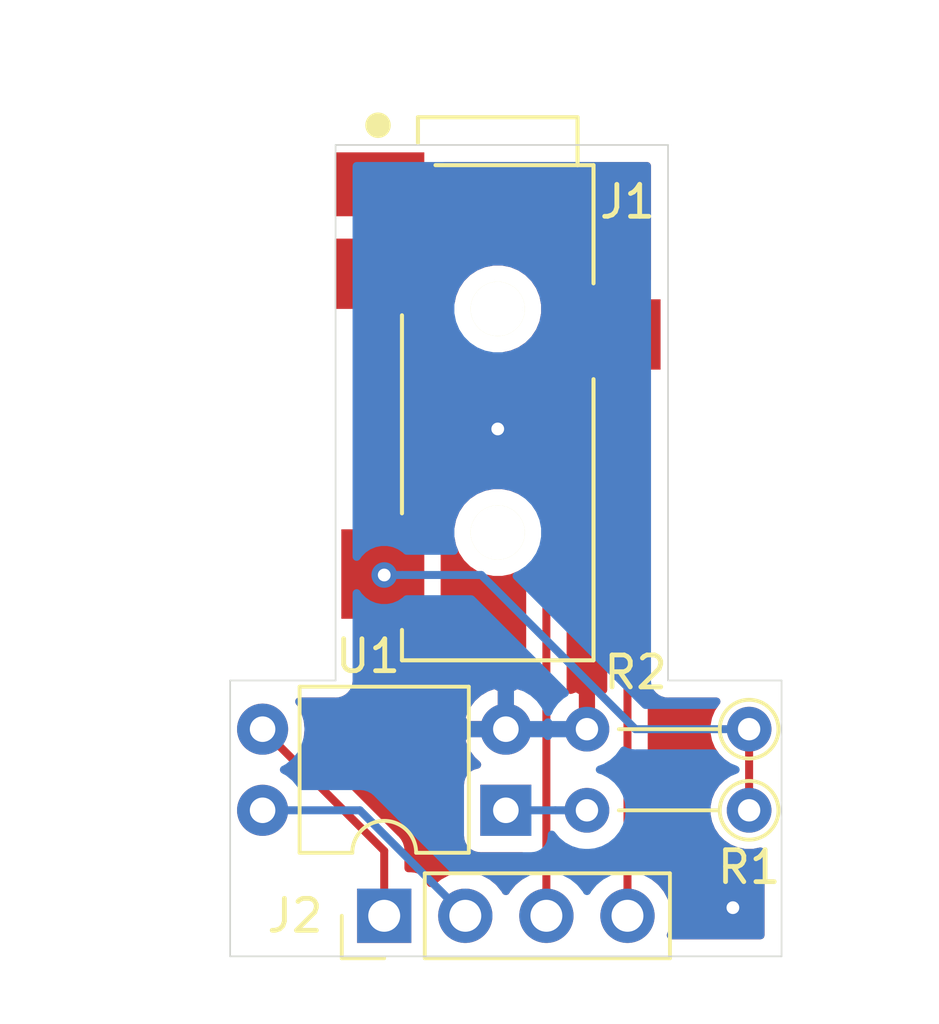
<source format=kicad_pcb>
(kicad_pcb (version 20171130) (host pcbnew "(5.1.4)-1")

  (general
    (thickness 1.6)
    (drawings 13)
    (tracks 19)
    (zones 0)
    (modules 5)
    (nets 8)
  )

  (page A4)
  (layers
    (0 F.Cu signal)
    (31 B.Cu signal)
    (32 B.Adhes user)
    (33 F.Adhes user)
    (34 B.Paste user)
    (35 F.Paste user)
    (36 B.SilkS user)
    (37 F.SilkS user)
    (38 B.Mask user)
    (39 F.Mask user)
    (40 Dwgs.User user)
    (41 Cmts.User user)
    (42 Eco1.User user)
    (43 Eco2.User user)
    (44 Edge.Cuts user)
    (45 Margin user)
    (46 B.CrtYd user)
    (47 F.CrtYd user)
    (48 B.Fab user)
    (49 F.Fab user hide)
  )

  (setup
    (last_trace_width 0.25)
    (trace_clearance 0.2)
    (zone_clearance 0.508)
    (zone_45_only no)
    (trace_min 0.2)
    (via_size 0.8)
    (via_drill 0.4)
    (via_min_size 0.4)
    (via_min_drill 0.3)
    (uvia_size 0.3)
    (uvia_drill 0.1)
    (uvias_allowed no)
    (uvia_min_size 0.2)
    (uvia_min_drill 0.1)
    (edge_width 0.05)
    (segment_width 0.2)
    (pcb_text_width 0.3)
    (pcb_text_size 1.5 1.5)
    (mod_edge_width 0.12)
    (mod_text_size 1 1)
    (mod_text_width 0.15)
    (pad_size 1.524 1.524)
    (pad_drill 0.762)
    (pad_to_mask_clearance 0.051)
    (solder_mask_min_width 0.25)
    (aux_axis_origin 0 0)
    (visible_elements 7FFFFFFF)
    (pcbplotparams
      (layerselection 0x010fc_ffffffff)
      (usegerberextensions false)
      (usegerberattributes false)
      (usegerberadvancedattributes false)
      (creategerberjobfile false)
      (excludeedgelayer true)
      (linewidth 0.100000)
      (plotframeref false)
      (viasonmask false)
      (mode 1)
      (useauxorigin false)
      (hpglpennumber 1)
      (hpglpenspeed 20)
      (hpglpendiameter 15.000000)
      (psnegative false)
      (psa4output false)
      (plotreference true)
      (plotvalue true)
      (plotinvisibletext false)
      (padsonsilk false)
      (subtractmaskfromsilk false)
      (outputformat 1)
      (mirror false)
      (drillshape 1)
      (scaleselection 1)
      (outputdirectory ""))
  )

  (net 0 "")
  (net 1 +5V)
  (net 2 Turbo_active)
  (net 3 Turbo_interlock)
  (net 4 GND)
  (net 5 Turbo_remotepriority)
  (net 6 Turbo_Vref)
  (net 7 "Net-(R2-Pad2)")

  (net_class Default "This is the default net class."
    (clearance 0.2)
    (trace_width 0.25)
    (via_dia 0.8)
    (via_drill 0.4)
    (uvia_dia 0.3)
    (uvia_drill 0.1)
    (add_net +5V)
    (add_net GND)
    (add_net "Net-(R2-Pad2)")
    (add_net Turbo_Vref)
    (add_net Turbo_active)
    (add_net Turbo_interlock)
    (add_net Turbo_remotepriority)
  )

  (module Connector_PinHeader_2.54mm:PinHeader_1x04_P2.54mm_Vertical (layer F.Cu) (tedit 59FED5CC) (tstamp 5D9BA258)
    (at 157.988 62.992 90)
    (descr "Through hole straight pin header, 1x04, 2.54mm pitch, single row")
    (tags "Through hole pin header THT 1x04 2.54mm single row")
    (path /5D9BB81C)
    (fp_text reference J2 (at 0 -2.794 180) (layer F.SilkS)
      (effects (font (size 1 1) (thickness 0.15)))
    )
    (fp_text value Conn_01x04 (at 0 9.95 90) (layer F.Fab)
      (effects (font (size 1 1) (thickness 0.15)))
    )
    (fp_text user %R (at 0 3.81) (layer F.Fab)
      (effects (font (size 1 1) (thickness 0.15)))
    )
    (fp_line (start 1.8 -1.8) (end -1.8 -1.8) (layer F.CrtYd) (width 0.05))
    (fp_line (start 1.8 9.4) (end 1.8 -1.8) (layer F.CrtYd) (width 0.05))
    (fp_line (start -1.8 9.4) (end 1.8 9.4) (layer F.CrtYd) (width 0.05))
    (fp_line (start -1.8 -1.8) (end -1.8 9.4) (layer F.CrtYd) (width 0.05))
    (fp_line (start -1.33 -1.33) (end 0 -1.33) (layer F.SilkS) (width 0.12))
    (fp_line (start -1.33 0) (end -1.33 -1.33) (layer F.SilkS) (width 0.12))
    (fp_line (start -1.33 1.27) (end 1.33 1.27) (layer F.SilkS) (width 0.12))
    (fp_line (start 1.33 1.27) (end 1.33 8.95) (layer F.SilkS) (width 0.12))
    (fp_line (start -1.33 1.27) (end -1.33 8.95) (layer F.SilkS) (width 0.12))
    (fp_line (start -1.33 8.95) (end 1.33 8.95) (layer F.SilkS) (width 0.12))
    (fp_line (start -1.27 -0.635) (end -0.635 -1.27) (layer F.Fab) (width 0.1))
    (fp_line (start -1.27 8.89) (end -1.27 -0.635) (layer F.Fab) (width 0.1))
    (fp_line (start 1.27 8.89) (end -1.27 8.89) (layer F.Fab) (width 0.1))
    (fp_line (start 1.27 -1.27) (end 1.27 8.89) (layer F.Fab) (width 0.1))
    (fp_line (start -0.635 -1.27) (end 1.27 -1.27) (layer F.Fab) (width 0.1))
    (pad 4 thru_hole oval (at 0 7.62 90) (size 1.7 1.7) (drill 1) (layers *.Cu *.Mask)
      (net 2 Turbo_active))
    (pad 3 thru_hole oval (at 0 5.08 90) (size 1.7 1.7) (drill 1) (layers *.Cu *.Mask)
      (net 1 +5V))
    (pad 2 thru_hole oval (at 0 2.54 90) (size 1.7 1.7) (drill 1) (layers *.Cu *.Mask)
      (net 5 Turbo_remotepriority))
    (pad 1 thru_hole rect (at 0 0 90) (size 1.7 1.7) (drill 1) (layers *.Cu *.Mask)
      (net 6 Turbo_Vref))
    (model ${KISYS3DMOD}/Connector_PinHeader_2.54mm.3dshapes/PinHeader_1x04_P2.54mm_Vertical.wrl
      (at (xyz 0 0 0))
      (scale (xyz 1 1 1))
      (rotate (xyz 0 0 0))
    )
  )

  (module Package_DIP:DIP-4_W7.62mm (layer F.Cu) (tedit 5A02E8C5) (tstamp 5D9BA17E)
    (at 161.798 59.69 180)
    (descr "4-lead though-hole mounted DIP package, row spacing 7.62 mm (300 mils)")
    (tags "THT DIP DIL PDIP 2.54mm 7.62mm 300mil")
    (path /5D97E2A4)
    (fp_text reference U1 (at 4.318 4.826) (layer F.SilkS)
      (effects (font (size 1 1) (thickness 0.15)))
    )
    (fp_text value TLP222A (at 3.81 4.87) (layer F.Fab)
      (effects (font (size 1 1) (thickness 0.15)))
    )
    (fp_text user %R (at 3.81 1.27) (layer F.Fab)
      (effects (font (size 1 1) (thickness 0.15)))
    )
    (fp_line (start 8.7 -1.55) (end -1.1 -1.55) (layer F.CrtYd) (width 0.05))
    (fp_line (start 8.7 4.1) (end 8.7 -1.55) (layer F.CrtYd) (width 0.05))
    (fp_line (start -1.1 4.1) (end 8.7 4.1) (layer F.CrtYd) (width 0.05))
    (fp_line (start -1.1 -1.55) (end -1.1 4.1) (layer F.CrtYd) (width 0.05))
    (fp_line (start 6.46 -1.33) (end 4.81 -1.33) (layer F.SilkS) (width 0.12))
    (fp_line (start 6.46 3.87) (end 6.46 -1.33) (layer F.SilkS) (width 0.12))
    (fp_line (start 1.16 3.87) (end 6.46 3.87) (layer F.SilkS) (width 0.12))
    (fp_line (start 1.16 -1.33) (end 1.16 3.87) (layer F.SilkS) (width 0.12))
    (fp_line (start 2.81 -1.33) (end 1.16 -1.33) (layer F.SilkS) (width 0.12))
    (fp_line (start 0.635 -0.27) (end 1.635 -1.27) (layer F.Fab) (width 0.1))
    (fp_line (start 0.635 3.81) (end 0.635 -0.27) (layer F.Fab) (width 0.1))
    (fp_line (start 6.985 3.81) (end 0.635 3.81) (layer F.Fab) (width 0.1))
    (fp_line (start 6.985 -1.27) (end 6.985 3.81) (layer F.Fab) (width 0.1))
    (fp_line (start 1.635 -1.27) (end 6.985 -1.27) (layer F.Fab) (width 0.1))
    (fp_arc (start 3.81 -1.33) (end 2.81 -1.33) (angle -180) (layer F.SilkS) (width 0.12))
    (pad 4 thru_hole oval (at 7.62 0 180) (size 1.6 1.6) (drill 0.8) (layers *.Cu *.Mask)
      (net 5 Turbo_remotepriority))
    (pad 2 thru_hole oval (at 0 2.54 180) (size 1.6 1.6) (drill 0.8) (layers *.Cu *.Mask)
      (net 4 GND))
    (pad 3 thru_hole oval (at 7.62 2.54 180) (size 1.6 1.6) (drill 0.8) (layers *.Cu *.Mask)
      (net 6 Turbo_Vref))
    (pad 1 thru_hole rect (at 0 0 180) (size 1.6 1.6) (drill 0.8) (layers *.Cu *.Mask)
      (net 7 "Net-(R2-Pad2)"))
    (model ${KISYS3DMOD}/Package_DIP.3dshapes/DIP-4_W7.62mm.wrl
      (at (xyz 0 0 0))
      (scale (xyz 1 1 1))
      (rotate (xyz 0 0 0))
    )
  )

  (module Resistor_THT:R_Axial_DIN0204_L3.6mm_D1.6mm_P5.08mm_Vertical (layer F.Cu) (tedit 5AE5139B) (tstamp 5D9BA14B)
    (at 169.418 59.69 180)
    (descr "Resistor, Axial_DIN0204 series, Axial, Vertical, pin pitch=5.08mm, 0.167W, length*diameter=3.6*1.6mm^2, http://cdn-reichelt.de/documents/datenblatt/B400/1_4W%23YAG.pdf")
    (tags "Resistor Axial_DIN0204 series Axial Vertical pin pitch 5.08mm 0.167W length 3.6mm diameter 1.6mm")
    (path /5D97FAB2)
    (fp_text reference R2 (at 3.556 4.318) (layer F.SilkS)
      (effects (font (size 1 1) (thickness 0.15)))
    )
    (fp_text value 1.2k (at 2.54 1.92) (layer F.Fab)
      (effects (font (size 1 1) (thickness 0.15)))
    )
    (fp_text user %R (at 2.54 -1.92) (layer F.Fab)
      (effects (font (size 1 1) (thickness 0.15)))
    )
    (fp_line (start 6.03 -1.05) (end -1.05 -1.05) (layer F.CrtYd) (width 0.05))
    (fp_line (start 6.03 1.05) (end 6.03 -1.05) (layer F.CrtYd) (width 0.05))
    (fp_line (start -1.05 1.05) (end 6.03 1.05) (layer F.CrtYd) (width 0.05))
    (fp_line (start -1.05 -1.05) (end -1.05 1.05) (layer F.CrtYd) (width 0.05))
    (fp_line (start 0.92 0) (end 4.08 0) (layer F.SilkS) (width 0.12))
    (fp_line (start 0 0) (end 5.08 0) (layer F.Fab) (width 0.1))
    (fp_circle (center 0 0) (end 0.92 0) (layer F.SilkS) (width 0.12))
    (fp_circle (center 0 0) (end 0.8 0) (layer F.Fab) (width 0.1))
    (pad 2 thru_hole oval (at 5.08 0 180) (size 1.4 1.4) (drill 0.7) (layers *.Cu *.Mask)
      (net 7 "Net-(R2-Pad2)"))
    (pad 1 thru_hole circle (at 0 0 180) (size 1.4 1.4) (drill 0.7) (layers *.Cu *.Mask)
      (net 3 Turbo_interlock))
    (model ${KISYS3DMOD}/Resistor_THT.3dshapes/R_Axial_DIN0204_L3.6mm_D1.6mm_P5.08mm_Vertical.wrl
      (at (xyz 0 0 0))
      (scale (xyz 1 1 1))
      (rotate (xyz 0 0 0))
    )
  )

  (module Resistor_THT:R_Axial_DIN0204_L3.6mm_D1.6mm_P5.08mm_Vertical (layer F.Cu) (tedit 5AE5139B) (tstamp 5D9BA121)
    (at 169.418 57.15 180)
    (descr "Resistor, Axial_DIN0204 series, Axial, Vertical, pin pitch=5.08mm, 0.167W, length*diameter=3.6*1.6mm^2, http://cdn-reichelt.de/documents/datenblatt/B400/1_4W%23YAG.pdf")
    (tags "Resistor Axial_DIN0204 series Axial Vertical pin pitch 5.08mm 0.167W length 3.6mm diameter 1.6mm")
    (path /5D97FE98)
    (fp_text reference R1 (at 0 -4.318) (layer F.SilkS)
      (effects (font (size 1 1) (thickness 0.15)))
    )
    (fp_text value 10k (at 2.54 1.92) (layer F.Fab)
      (effects (font (size 1 1) (thickness 0.15)))
    )
    (fp_text user %R (at 2.54 -1.92) (layer F.Fab)
      (effects (font (size 1 1) (thickness 0.15)))
    )
    (fp_line (start 6.03 -1.05) (end -1.05 -1.05) (layer F.CrtYd) (width 0.05))
    (fp_line (start 6.03 1.05) (end 6.03 -1.05) (layer F.CrtYd) (width 0.05))
    (fp_line (start -1.05 1.05) (end 6.03 1.05) (layer F.CrtYd) (width 0.05))
    (fp_line (start -1.05 -1.05) (end -1.05 1.05) (layer F.CrtYd) (width 0.05))
    (fp_line (start 0.92 0) (end 4.08 0) (layer F.SilkS) (width 0.12))
    (fp_line (start 0 0) (end 5.08 0) (layer F.Fab) (width 0.1))
    (fp_circle (center 0 0) (end 0.92 0) (layer F.SilkS) (width 0.12))
    (fp_circle (center 0 0) (end 0.8 0) (layer F.Fab) (width 0.1))
    (pad 2 thru_hole oval (at 5.08 0 180) (size 1.4 1.4) (drill 0.7) (layers *.Cu *.Mask)
      (net 4 GND))
    (pad 1 thru_hole circle (at 0 0 180) (size 1.4 1.4) (drill 0.7) (layers *.Cu *.Mask)
      (net 3 Turbo_interlock))
    (model ${KISYS3DMOD}/Resistor_THT.3dshapes/R_Axial_DIN0204_L3.6mm_D1.6mm_P5.08mm_Vertical.wrl
      (at (xyz 0 0 0))
      (scale (xyz 1 1 1))
      (rotate (xyz 0 0 0))
    )
  )

  (module SJ-43514-SMT:CUI_SJ-43514-SMT (layer F.Cu) (tedit 0) (tstamp 5D98C6AD)
    (at 161.544 47.244 270)
    (path /5D986F6A)
    (attr smd)
    (fp_text reference J1 (at -6.604 -4.064 180) (layer F.SilkS)
      (effects (font (size 1 1) (thickness 0.15)))
    )
    (fp_text value " " (at -6.09766 6.3921 90) (layer F.SilkS)
      (effects (font (size 1.00372 1.00372) (thickness 0.05)))
    )
    (fp_line (start -9.5 2.75) (end -9.5 -2.75) (layer Eco1.User) (width 0.05))
    (fp_line (start -8.5 2.75) (end -9.5 2.75) (layer Eco1.User) (width 0.05))
    (fp_line (start -8.5 5.5) (end -8.5 2.75) (layer Eco1.User) (width 0.05))
    (fp_line (start -3 5.5) (end -8.5 5.5) (layer Eco1.User) (width 0.05))
    (fp_line (start -3 3.25) (end -3 5.5) (layer Eco1.User) (width 0.05))
    (fp_line (start 3.25 3.25) (end -3 3.25) (layer Eco1.User) (width 0.05))
    (fp_line (start 3.25 5.5) (end 3.25 3.25) (layer Eco1.User) (width 0.05))
    (fp_line (start 6.75 5.5) (end 3.25 5.5) (layer Eco1.User) (width 0.05))
    (fp_line (start 6.75 3.25) (end 6.75 5.5) (layer Eco1.User) (width 0.05))
    (fp_line (start 8 3.25) (end 6.75 3.25) (layer Eco1.User) (width 0.05))
    (fp_line (start 8 -3.25) (end 8 3.25) (layer Eco1.User) (width 0.05))
    (fp_line (start -1.1 -3.25) (end 8 -3.25) (layer Eco1.User) (width 0.05))
    (fp_line (start -1.1 -5.35) (end -1.1 -3.25) (layer Eco1.User) (width 0.05))
    (fp_line (start -3.8 -5.35) (end -1.1 -5.35) (layer Eco1.User) (width 0.05))
    (fp_line (start -3.8 -3.25) (end -3.8 -5.35) (layer Eco1.User) (width 0.05))
    (fp_line (start -8 -3.25) (end -3.8 -3.25) (layer Eco1.User) (width 0.05))
    (fp_line (start -8 -2.75) (end -8 -3.25) (layer Eco1.User) (width 0.05))
    (fp_line (start -9.5 -2.75) (end -8 -2.75) (layer Eco1.User) (width 0.05))
    (fp_line (start 7.75 -3) (end 7.75 3) (layer F.SilkS) (width 0.127))
    (fp_circle (center -9 3.75) (end -8.8 3.75) (layer F.SilkS) (width 0.4))
    (fp_line (start 7.75 -3) (end -1.05 -3) (layer F.SilkS) (width 0.127))
    (fp_line (start 6.8 3) (end 7.75 3) (layer F.SilkS) (width 0.127))
    (fp_line (start -3.05 3) (end 3.15 3) (layer F.SilkS) (width 0.127))
    (fp_line (start -9.25 2.5) (end -8.45 2.5) (layer F.SilkS) (width 0.127))
    (fp_line (start -9.25 -2.5) (end -9.25 2.5) (layer F.SilkS) (width 0.127))
    (fp_line (start -7.75 -2.5) (end -9.25 -2.5) (layer F.SilkS) (width 0.127))
    (fp_line (start -7.75 -2.5) (end -7.75 1.95) (layer F.SilkS) (width 0.127))
    (fp_line (start -7.75 -3) (end -7.75 -2.5) (layer F.SilkS) (width 0.127))
    (fp_line (start -4.05 -3) (end -7.75 -3) (layer F.SilkS) (width 0.127))
    (fp_line (start -9.25 2.5) (end -7.75 2.5) (layer Eco2.User) (width 0.127))
    (fp_line (start -9.25 -2.5) (end -9.25 2.5) (layer Eco2.User) (width 0.127))
    (fp_line (start -7.75 -2.5) (end -9.25 -2.5) (layer Eco2.User) (width 0.127))
    (fp_line (start 7.75 -3) (end -7.75 -3) (layer Eco2.User) (width 0.127))
    (fp_line (start 7.75 3) (end 7.75 -3) (layer Eco2.User) (width 0.127))
    (fp_line (start -7.75 3) (end 7.75 3) (layer Eco2.User) (width 0.127))
    (fp_line (start -7.75 2.5) (end -7.75 3) (layer Eco2.User) (width 0.127))
    (fp_line (start -7.75 -2.5) (end -7.75 2.5) (layer Eco2.User) (width 0.127))
    (fp_line (start -7.75 -3) (end -7.75 -2.5) (layer Eco2.User) (width 0.127))
    (pad Hole np_thru_hole circle (at 3.75 0 270) (size 1.7 1.7) (drill 1.7) (layers *.Cu *.Mask F.SilkS))
    (pad Hole np_thru_hole circle (at -3.25 0 270) (size 1.7 1.7) (drill 1.7) (layers *.Cu *.Mask F.SilkS))
    (pad 4 smd rect (at -4.35 3.7 90) (size 2.2 2.8) (layers F.Cu F.Paste F.Mask)
      (net 1 +5V))
    (pad 3 smd rect (at -2.45 -3.7 90) (size 2.2 2.8) (layers F.Cu F.Paste F.Mask)
      (net 2 Turbo_active))
    (pad 2 smd rect (at 5.05 3.6 90) (size 2.8 2.6) (layers F.Cu F.Paste F.Mask)
      (net 3 Turbo_interlock))
    (pad 1 smd rect (at -7.15 3.7 90) (size 2 2.8) (layers F.Cu F.Paste F.Mask)
      (net 4 GND))
  )

  (dimension 10.414 (width 0.05) (layer F.CrtYd)
    (gr_text "10.414 mm" (at 161.671 35.122) (layer F.CrtYd)
      (effects (font (size 1 1) (thickness 0.15)))
    )
    (feature1 (pts (xy 156.464 38.862) (xy 156.464 35.735579)))
    (feature2 (pts (xy 166.878 38.862) (xy 166.878 35.735579)))
    (crossbar (pts (xy 166.878 36.322) (xy 156.464 36.322)))
    (arrow1a (pts (xy 156.464 36.322) (xy 157.590504 35.735579)))
    (arrow1b (pts (xy 156.464 36.322) (xy 157.590504 36.908421)))
    (arrow2a (pts (xy 166.878 36.322) (xy 165.751496 35.735579)))
    (arrow2b (pts (xy 166.878 36.322) (xy 165.751496 36.908421)))
  )
  (dimension 16.764 (width 0.05) (layer F.CrtYd)
    (gr_text "16.764 mm" (at 153.232 47.244 90) (layer F.CrtYd)
      (effects (font (size 1 1) (thickness 0.15)))
    )
    (feature1 (pts (xy 156.464 38.862) (xy 153.845579 38.862)))
    (feature2 (pts (xy 156.464 55.626) (xy 153.845579 55.626)))
    (crossbar (pts (xy 154.432 55.626) (xy 154.432 38.862)))
    (arrow1a (pts (xy 154.432 38.862) (xy 155.018421 39.988504)))
    (arrow1b (pts (xy 154.432 38.862) (xy 153.845579 39.988504)))
    (arrow2a (pts (xy 154.432 55.626) (xy 155.018421 54.499496)))
    (arrow2b (pts (xy 154.432 55.626) (xy 153.845579 54.499496)))
  )
  (dimension 8.672236 (width 0.05) (layer F.CrtYd)
    (gr_text "8.672 mm" (at 147.418265 59.968153 -89.5771606) (layer F.CrtYd)
      (effects (font (size 1 1) (thickness 0.15)))
    )
    (feature1 (pts (xy 153.098 55.59) (xy 147.999827 55.627625)))
    (feature2 (pts (xy 153.162 64.262) (xy 148.063827 64.299625)))
    (crossbar (pts (xy 148.650232 64.295297) (xy 148.586232 55.623297)))
    (arrow1a (pts (xy 148.586232 55.623297) (xy 149.18095 56.745442)))
    (arrow1b (pts (xy 148.586232 55.623297) (xy 148.008141 56.754098)))
    (arrow2a (pts (xy 148.650232 64.295297) (xy 149.228323 63.164496)))
    (arrow2b (pts (xy 148.650232 64.295297) (xy 148.055514 63.173152)))
  )
  (dimension 25.4 (width 0.05) (layer F.CrtYd)
    (gr_text "25.400 mm" (at 173.92 51.562 270) (layer F.CrtYd)
      (effects (font (size 1 1) (thickness 0.15)))
    )
    (feature1 (pts (xy 166.878 64.262) (xy 173.306421 64.262)))
    (feature2 (pts (xy 166.878 38.862) (xy 173.306421 38.862)))
    (crossbar (pts (xy 172.72 38.862) (xy 172.72 64.262)))
    (arrow1a (pts (xy 172.72 64.262) (xy 172.133579 63.135496)))
    (arrow1b (pts (xy 172.72 64.262) (xy 173.306421 63.135496)))
    (arrow2a (pts (xy 172.72 38.862) (xy 172.133579 39.988504)))
    (arrow2b (pts (xy 172.72 38.862) (xy 173.306421 39.988504)))
  )
  (gr_line (start 156.464 55.626) (end 156.464 38.862) (layer Edge.Cuts) (width 0.05) (tstamp 5D9BA472))
  (gr_line (start 153.162 55.626) (end 153.162 64.262) (layer Edge.Cuts) (width 0.05) (tstamp 5D9BA46F))
  (gr_line (start 156.464 55.626) (end 153.162 55.626) (layer Edge.Cuts) (width 0.05))
  (gr_line (start 166.878 38.862) (end 156.464 38.862) (layer Edge.Cuts) (width 0.05))
  (gr_line (start 166.878 55.626) (end 166.878 38.862) (layer Edge.Cuts) (width 0.05))
  (gr_line (start 170.434 55.626) (end 166.878 55.626) (layer Edge.Cuts) (width 0.05))
  (gr_line (start 170.434 64.262) (end 170.434 55.626) (layer Edge.Cuts) (width 0.05))
  (dimension 17.272 (width 0.05) (layer F.CrtYd)
    (gr_text "17.272 mm" (at 161.798 66.986) (layer F.CrtYd)
      (effects (font (size 1 1) (thickness 0.15)))
    )
    (feature1 (pts (xy 153.162 64.262) (xy 153.162 66.372421)))
    (feature2 (pts (xy 170.434 64.262) (xy 170.434 66.372421)))
    (crossbar (pts (xy 170.434 65.786) (xy 153.162 65.786)))
    (arrow1a (pts (xy 153.162 65.786) (xy 154.288504 65.199579)))
    (arrow1b (pts (xy 153.162 65.786) (xy 154.288504 66.372421)))
    (arrow2a (pts (xy 170.434 65.786) (xy 169.307496 65.199579)))
    (arrow2b (pts (xy 170.434 65.786) (xy 169.307496 66.372421)))
  )
  (gr_line (start 153.162 64.262) (end 170.434 64.262) (layer Edge.Cuts) (width 0.05))

  (segment (start 158.144 42.894) (end 157.844 42.894) (width 0.25) (layer F.Cu) (net 1))
  (segment (start 163.068 47.818) (end 158.144 42.894) (width 0.25) (layer F.Cu) (net 1))
  (segment (start 163.068 62.992) (end 163.068 47.818) (width 0.25) (layer F.Cu) (net 1))
  (segment (start 165.608 45.158) (end 165.244 44.794) (width 0.25) (layer F.Cu) (net 2))
  (segment (start 165.608 62.992) (end 165.608 45.158) (width 0.25) (layer F.Cu) (net 2))
  (via (at 157.988 52.324) (size 0.8) (drill 0.4) (layers F.Cu B.Cu) (net 3))
  (segment (start 169.418 59.69) (end 169.418 57.15) (width 0.25) (layer F.Cu) (net 3))
  (segment (start 158.553685 52.324) (end 157.988 52.324) (width 0.25) (layer B.Cu) (net 3))
  (segment (start 161.029002 52.324) (end 158.553685 52.324) (width 0.25) (layer B.Cu) (net 3))
  (segment (start 165.855002 57.15) (end 161.029002 52.324) (width 0.25) (layer B.Cu) (net 3))
  (segment (start 169.418 57.15) (end 165.855002 57.15) (width 0.25) (layer B.Cu) (net 3))
  (via (at 161.544 47.752) (size 0.8) (drill 0.4) (layers F.Cu B.Cu) (net 4))
  (via (at 168.91 62.738) (size 0.8) (drill 0.4) (layers F.Cu B.Cu) (net 4))
  (segment (start 157.226 59.69) (end 154.178 59.69) (width 0.25) (layer B.Cu) (net 5))
  (segment (start 160.528 62.992) (end 157.226 59.69) (width 0.25) (layer B.Cu) (net 5))
  (segment (start 157.988 60.96) (end 154.178 57.15) (width 0.25) (layer F.Cu) (net 6))
  (segment (start 157.988 62.992) (end 157.988 60.96) (width 0.25) (layer F.Cu) (net 6))
  (segment (start 163.348051 59.69) (end 161.798 59.69) (width 0.25) (layer B.Cu) (net 7))
  (segment (start 164.338 59.69) (end 163.348051 59.69) (width 0.25) (layer B.Cu) (net 7))

  (zone (net 4) (net_name GND) (layer B.Cu) (tstamp 0) (hatch edge 0.508)
    (connect_pads (clearance 0.508))
    (min_thickness 0.254)
    (fill yes (arc_segments 32) (thermal_gap 0.508) (thermal_bridge_width 0.508))
    (polygon
      (pts
        (xy 170.434 64.262) (xy 153.162 64.262) (xy 153.162 55.626) (xy 156.464 55.626) (xy 156.464 38.862)
        (xy 166.878 38.862) (xy 166.878 55.626) (xy 170.434 55.626)
      )
    )
    (filled_polygon
      (pts
        (xy 157.184063 52.983774) (xy 157.328226 53.127937) (xy 157.497744 53.241205) (xy 157.686102 53.319226) (xy 157.886061 53.359)
        (xy 158.089939 53.359) (xy 158.289898 53.319226) (xy 158.478256 53.241205) (xy 158.647774 53.127937) (xy 158.691711 53.084)
        (xy 160.714201 53.084) (xy 163.646043 56.015843) (xy 163.53534 56.083241) (xy 163.342649 56.26033) (xy 163.188208 56.471608)
        (xy 163.12314 56.61168) (xy 163.029037 56.41258) (xy 162.861519 56.186586) (xy 162.653131 55.997615) (xy 162.411881 55.85293)
        (xy 162.14704 55.758091) (xy 161.925 55.879376) (xy 161.925 57.023) (xy 163.067915 57.023) (xy 163.116146 56.935211)
        (xy 163.168626 57.023) (xy 164.211 57.023) (xy 164.211 57.003) (xy 164.465 57.003) (xy 164.465 57.023)
        (xy 164.485 57.023) (xy 164.485 57.277) (xy 164.465 57.277) (xy 164.465 57.297) (xy 164.211 57.297)
        (xy 164.211 57.277) (xy 163.168626 57.277) (xy 163.116146 57.364789) (xy 163.067915 57.277) (xy 161.925 57.277)
        (xy 161.925 57.297) (xy 161.671 57.297) (xy 161.671 57.277) (xy 160.528085 57.277) (xy 160.406096 57.499039)
        (xy 160.446754 57.633087) (xy 160.566963 57.88742) (xy 160.734481 58.113414) (xy 160.89808 58.261769) (xy 160.873518 58.264188)
        (xy 160.75382 58.300498) (xy 160.643506 58.359463) (xy 160.546815 58.438815) (xy 160.467463 58.535506) (xy 160.408498 58.64582)
        (xy 160.372188 58.765518) (xy 160.359928 58.89) (xy 160.359928 60.49) (xy 160.372188 60.614482) (xy 160.408498 60.73418)
        (xy 160.467463 60.844494) (xy 160.546815 60.941185) (xy 160.643506 61.020537) (xy 160.75382 61.079502) (xy 160.873518 61.115812)
        (xy 160.998 61.128072) (xy 162.598 61.128072) (xy 162.722482 61.115812) (xy 162.84218 61.079502) (xy 162.952494 61.020537)
        (xy 163.049185 60.941185) (xy 163.128537 60.844494) (xy 163.187502 60.73418) (xy 163.223812 60.614482) (xy 163.236072 60.49)
        (xy 163.236072 60.451669) (xy 163.389445 60.638555) (xy 163.592725 60.805382) (xy 163.824646 60.929347) (xy 164.076294 61.005683)
        (xy 164.272421 61.025) (xy 164.403579 61.025) (xy 164.599706 61.005683) (xy 164.851354 60.929347) (xy 165.083275 60.805382)
        (xy 165.286555 60.638555) (xy 165.453382 60.435275) (xy 165.577347 60.203354) (xy 165.653683 59.951706) (xy 165.679459 59.69)
        (xy 165.653683 59.428294) (xy 165.577347 59.176646) (xy 165.453382 58.944725) (xy 165.286555 58.741445) (xy 165.083275 58.574618)
        (xy 164.851354 58.450653) (xy 164.741106 58.41721) (xy 164.917123 58.352853) (xy 165.14066 58.216759) (xy 165.333351 58.03967)
        (xy 165.487792 57.828392) (xy 165.492598 57.818046) (xy 165.562755 57.855546) (xy 165.706016 57.899003) (xy 165.817669 57.91)
        (xy 165.817677 57.91) (xy 165.855002 57.913676) (xy 165.892327 57.91) (xy 168.320225 57.91) (xy 168.381038 58.001013)
        (xy 168.566987 58.186962) (xy 168.785641 58.333061) (xy 168.99553 58.42) (xy 168.785641 58.506939) (xy 168.566987 58.653038)
        (xy 168.381038 58.838987) (xy 168.234939 59.057641) (xy 168.134304 59.300595) (xy 168.083 59.558514) (xy 168.083 59.821486)
        (xy 168.134304 60.079405) (xy 168.234939 60.322359) (xy 168.381038 60.541013) (xy 168.566987 60.726962) (xy 168.785641 60.873061)
        (xy 169.028595 60.973696) (xy 169.286514 61.025) (xy 169.549486 61.025) (xy 169.774 60.980341) (xy 169.774 63.602)
        (xy 166.965771 63.602) (xy 166.986599 63.563034) (xy 167.071513 63.283111) (xy 167.100185 62.992) (xy 167.071513 62.700889)
        (xy 166.986599 62.420966) (xy 166.848706 62.162986) (xy 166.663134 61.936866) (xy 166.437014 61.751294) (xy 166.179034 61.613401)
        (xy 165.899111 61.528487) (xy 165.68095 61.507) (xy 165.53505 61.507) (xy 165.316889 61.528487) (xy 165.036966 61.613401)
        (xy 164.778986 61.751294) (xy 164.552866 61.936866) (xy 164.367294 62.162986) (xy 164.338 62.217791) (xy 164.308706 62.162986)
        (xy 164.123134 61.936866) (xy 163.897014 61.751294) (xy 163.639034 61.613401) (xy 163.359111 61.528487) (xy 163.14095 61.507)
        (xy 162.99505 61.507) (xy 162.776889 61.528487) (xy 162.496966 61.613401) (xy 162.238986 61.751294) (xy 162.012866 61.936866)
        (xy 161.827294 62.162986) (xy 161.798 62.217791) (xy 161.768706 62.162986) (xy 161.583134 61.936866) (xy 161.357014 61.751294)
        (xy 161.099034 61.613401) (xy 160.819111 61.528487) (xy 160.60095 61.507) (xy 160.45505 61.507) (xy 160.236889 61.528487)
        (xy 160.162005 61.551203) (xy 157.789804 59.179003) (xy 157.766001 59.149999) (xy 157.650276 59.055026) (xy 157.518247 58.984454)
        (xy 157.374986 58.940997) (xy 157.263333 58.93) (xy 157.263322 58.93) (xy 157.226 58.926324) (xy 157.188678 58.93)
        (xy 155.398901 58.93) (xy 155.376932 58.888899) (xy 155.197608 58.670392) (xy 154.979101 58.491068) (xy 154.846142 58.42)
        (xy 154.979101 58.348932) (xy 155.197608 58.169608) (xy 155.376932 57.951101) (xy 155.510182 57.701808) (xy 155.592236 57.431309)
        (xy 155.619943 57.15) (xy 155.592236 56.868691) (xy 155.571691 56.800961) (xy 160.406096 56.800961) (xy 160.528085 57.023)
        (xy 161.671 57.023) (xy 161.671 55.879376) (xy 161.44896 55.758091) (xy 161.184119 55.85293) (xy 160.942869 55.997615)
        (xy 160.734481 56.186586) (xy 160.566963 56.41258) (xy 160.446754 56.666913) (xy 160.406096 56.800961) (xy 155.571691 56.800961)
        (xy 155.510182 56.598192) (xy 155.376932 56.348899) (xy 155.325312 56.286) (xy 156.431581 56.286) (xy 156.464 56.289193)
        (xy 156.496419 56.286) (xy 156.593383 56.27645) (xy 156.717793 56.23871) (xy 156.83245 56.177425) (xy 156.932948 56.094948)
        (xy 157.015425 55.99445) (xy 157.07671 55.879793) (xy 157.11445 55.755383) (xy 157.127193 55.626) (xy 157.124 55.593581)
        (xy 157.124 52.893883)
      )
    )
    (filled_polygon
      (pts
        (xy 166.218 55.593581) (xy 166.214807 55.626) (xy 166.22755 55.755383) (xy 166.26529 55.879793) (xy 166.326575 55.99445)
        (xy 166.399444 56.083241) (xy 166.409052 56.094948) (xy 166.50955 56.177425) (xy 166.624207 56.23871) (xy 166.748617 56.27645)
        (xy 166.878 56.289193) (xy 166.910419 56.286) (xy 168.394025 56.286) (xy 168.381038 56.298987) (xy 168.320225 56.39)
        (xy 166.169804 56.39) (xy 162.135958 52.356155) (xy 162.247411 52.30999) (xy 162.490632 52.147475) (xy 162.697475 51.940632)
        (xy 162.85999 51.697411) (xy 162.971932 51.427158) (xy 163.029 51.14026) (xy 163.029 50.84774) (xy 162.971932 50.560842)
        (xy 162.85999 50.290589) (xy 162.697475 50.047368) (xy 162.490632 49.840525) (xy 162.247411 49.67801) (xy 161.977158 49.566068)
        (xy 161.69026 49.509) (xy 161.39774 49.509) (xy 161.110842 49.566068) (xy 160.840589 49.67801) (xy 160.597368 49.840525)
        (xy 160.390525 50.047368) (xy 160.22801 50.290589) (xy 160.116068 50.560842) (xy 160.059 50.84774) (xy 160.059 51.14026)
        (xy 160.116068 51.427158) (xy 160.17275 51.564) (xy 158.691711 51.564) (xy 158.647774 51.520063) (xy 158.478256 51.406795)
        (xy 158.289898 51.328774) (xy 158.089939 51.289) (xy 157.886061 51.289) (xy 157.686102 51.328774) (xy 157.497744 51.406795)
        (xy 157.328226 51.520063) (xy 157.184063 51.664226) (xy 157.124 51.754117) (xy 157.124 43.84774) (xy 160.059 43.84774)
        (xy 160.059 44.14026) (xy 160.116068 44.427158) (xy 160.22801 44.697411) (xy 160.390525 44.940632) (xy 160.597368 45.147475)
        (xy 160.840589 45.30999) (xy 161.110842 45.421932) (xy 161.39774 45.479) (xy 161.69026 45.479) (xy 161.977158 45.421932)
        (xy 162.247411 45.30999) (xy 162.490632 45.147475) (xy 162.697475 44.940632) (xy 162.85999 44.697411) (xy 162.971932 44.427158)
        (xy 163.029 44.14026) (xy 163.029 43.84774) (xy 162.971932 43.560842) (xy 162.85999 43.290589) (xy 162.697475 43.047368)
        (xy 162.490632 42.840525) (xy 162.247411 42.67801) (xy 161.977158 42.566068) (xy 161.69026 42.509) (xy 161.39774 42.509)
        (xy 161.110842 42.566068) (xy 160.840589 42.67801) (xy 160.597368 42.840525) (xy 160.390525 43.047368) (xy 160.22801 43.290589)
        (xy 160.116068 43.560842) (xy 160.059 43.84774) (xy 157.124 43.84774) (xy 157.124 39.522) (xy 166.218001 39.522)
      )
    )
  )
  (zone (net 4) (net_name GND) (layer F.Cu) (tstamp 5D9BA95D) (hatch edge 0.508)
    (connect_pads (clearance 0.508))
    (min_thickness 0.254)
    (fill yes (arc_segments 32) (thermal_gap 0.508) (thermal_bridge_width 0.508))
    (polygon
      (pts
        (xy 170.434 64.262) (xy 153.162 64.262) (xy 153.162 55.626) (xy 156.464 55.626) (xy 156.464 38.862)
        (xy 166.878 38.862) (xy 166.878 55.626) (xy 170.434 55.626)
      )
    )
    (filled_polygon
      (pts
        (xy 166.399444 56.083241) (xy 166.409052 56.094948) (xy 166.50955 56.177425) (xy 166.624207 56.23871) (xy 166.748617 56.27645)
        (xy 166.878 56.289193) (xy 166.910419 56.286) (xy 168.394025 56.286) (xy 168.381038 56.298987) (xy 168.234939 56.517641)
        (xy 168.134304 56.760595) (xy 168.083 57.018514) (xy 168.083 57.281486) (xy 168.134304 57.539405) (xy 168.234939 57.782359)
        (xy 168.381038 58.001013) (xy 168.566987 58.186962) (xy 168.658001 58.247775) (xy 168.658 58.592225) (xy 168.566987 58.653038)
        (xy 168.381038 58.838987) (xy 168.234939 59.057641) (xy 168.134304 59.300595) (xy 168.083 59.558514) (xy 168.083 59.821486)
        (xy 168.134304 60.079405) (xy 168.234939 60.322359) (xy 168.381038 60.541013) (xy 168.566987 60.726962) (xy 168.785641 60.873061)
        (xy 169.028595 60.973696) (xy 169.286514 61.025) (xy 169.549486 61.025) (xy 169.774 60.980341) (xy 169.774 63.602)
        (xy 166.965771 63.602) (xy 166.986599 63.563034) (xy 167.071513 63.283111) (xy 167.100185 62.992) (xy 167.071513 62.700889)
        (xy 166.986599 62.420966) (xy 166.848706 62.162986) (xy 166.663134 61.936866) (xy 166.437014 61.751294) (xy 166.368 61.714405)
        (xy 166.368 56.044926)
      )
    )
    (filled_polygon
      (pts
        (xy 162.308001 48.132803) (xy 162.308001 49.718495) (xy 162.247411 49.67801) (xy 161.977158 49.566068) (xy 161.69026 49.509)
        (xy 161.39774 49.509) (xy 161.110842 49.566068) (xy 160.840589 49.67801) (xy 160.597368 49.840525) (xy 160.390525 50.047368)
        (xy 160.22801 50.290589) (xy 160.116068 50.560842) (xy 160.059 50.84774) (xy 160.059 51.14026) (xy 160.116068 51.427158)
        (xy 160.22801 51.697411) (xy 160.390525 51.940632) (xy 160.597368 52.147475) (xy 160.840589 52.30999) (xy 161.110842 52.421932)
        (xy 161.39774 52.479) (xy 161.69026 52.479) (xy 161.977158 52.421932) (xy 162.247411 52.30999) (xy 162.308001 52.269505)
        (xy 162.308 55.815731) (xy 162.14704 55.758091) (xy 161.925 55.879376) (xy 161.925 57.023) (xy 161.945 57.023)
        (xy 161.945 57.277) (xy 161.925 57.277) (xy 161.925 57.297) (xy 161.671 57.297) (xy 161.671 57.277)
        (xy 160.528085 57.277) (xy 160.406096 57.499039) (xy 160.446754 57.633087) (xy 160.566963 57.88742) (xy 160.734481 58.113414)
        (xy 160.89808 58.261769) (xy 160.873518 58.264188) (xy 160.75382 58.300498) (xy 160.643506 58.359463) (xy 160.546815 58.438815)
        (xy 160.467463 58.535506) (xy 160.408498 58.64582) (xy 160.372188 58.765518) (xy 160.359928 58.89) (xy 160.359928 60.49)
        (xy 160.372188 60.614482) (xy 160.408498 60.73418) (xy 160.467463 60.844494) (xy 160.546815 60.941185) (xy 160.643506 61.020537)
        (xy 160.75382 61.079502) (xy 160.873518 61.115812) (xy 160.998 61.128072) (xy 162.308 61.128072) (xy 162.308 61.714405)
        (xy 162.238986 61.751294) (xy 162.012866 61.936866) (xy 161.827294 62.162986) (xy 161.798 62.217791) (xy 161.768706 62.162986)
        (xy 161.583134 61.936866) (xy 161.357014 61.751294) (xy 161.099034 61.613401) (xy 160.819111 61.528487) (xy 160.60095 61.507)
        (xy 160.45505 61.507) (xy 160.236889 61.528487) (xy 159.956966 61.613401) (xy 159.698986 61.751294) (xy 159.472866 61.936866)
        (xy 159.448393 61.966687) (xy 159.427502 61.89782) (xy 159.368537 61.787506) (xy 159.289185 61.690815) (xy 159.192494 61.611463)
        (xy 159.08218 61.552498) (xy 158.962482 61.516188) (xy 158.838 61.503928) (xy 158.748 61.503928) (xy 158.748 60.997325)
        (xy 158.751676 60.96) (xy 158.748 60.922675) (xy 158.748 60.922667) (xy 158.737003 60.811014) (xy 158.693546 60.667753)
        (xy 158.622974 60.535724) (xy 158.528001 60.419999) (xy 158.499003 60.396201) (xy 155.578708 57.475906) (xy 155.592236 57.431309)
        (xy 155.619943 57.15) (xy 155.592236 56.868691) (xy 155.571691 56.800961) (xy 160.406096 56.800961) (xy 160.528085 57.023)
        (xy 161.671 57.023) (xy 161.671 55.879376) (xy 161.44896 55.758091) (xy 161.184119 55.85293) (xy 160.942869 55.997615)
        (xy 160.734481 56.186586) (xy 160.566963 56.41258) (xy 160.446754 56.666913) (xy 160.406096 56.800961) (xy 155.571691 56.800961)
        (xy 155.510182 56.598192) (xy 155.376932 56.348899) (xy 155.325312 56.286) (xy 156.431581 56.286) (xy 156.464 56.289193)
        (xy 156.496419 56.286) (xy 156.593383 56.27645) (xy 156.717793 56.23871) (xy 156.83245 56.177425) (xy 156.932948 56.094948)
        (xy 157.015425 55.99445) (xy 157.07671 55.879793) (xy 157.11445 55.755383) (xy 157.127193 55.626) (xy 157.124 55.593581)
        (xy 157.124 54.332072) (xy 159.244 54.332072) (xy 159.368482 54.319812) (xy 159.48818 54.283502) (xy 159.598494 54.224537)
        (xy 159.695185 54.145185) (xy 159.774537 54.048494) (xy 159.833502 53.93818) (xy 159.869812 53.818482) (xy 159.882072 53.694)
        (xy 159.882072 50.894) (xy 159.869812 50.769518) (xy 159.833502 50.64982) (xy 159.774537 50.539506) (xy 159.695185 50.442815)
        (xy 159.598494 50.363463) (xy 159.48818 50.304498) (xy 159.368482 50.268188) (xy 159.244 50.255928) (xy 157.124 50.255928)
        (xy 157.124 44.632072) (xy 158.807271 44.632072)
      )
    )
    (filled_polygon
      (pts
        (xy 166.218001 43.055928) (xy 163.844 43.055928) (xy 163.719518 43.068188) (xy 163.59982 43.104498) (xy 163.489506 43.163463)
        (xy 163.392815 43.242815) (xy 163.313463 43.339506) (xy 163.254498 43.44982) (xy 163.218188 43.569518) (xy 163.205928 43.694)
        (xy 163.205928 45.894) (xy 163.218188 46.018482) (xy 163.254498 46.13818) (xy 163.313463 46.248494) (xy 163.392815 46.345185)
        (xy 163.489506 46.424537) (xy 163.59982 46.483502) (xy 163.719518 46.519812) (xy 163.844 46.532072) (xy 164.848001 46.532072)
        (xy 164.848 55.921874) (xy 164.67133 55.857278) (xy 164.465 55.979799) (xy 164.465 57.023) (xy 164.485 57.023)
        (xy 164.485 57.277) (xy 164.465 57.277) (xy 164.465 57.297) (xy 164.211 57.297) (xy 164.211 57.277)
        (xy 164.191 57.277) (xy 164.191 57.023) (xy 164.211 57.023) (xy 164.211 55.979799) (xy 164.00467 55.857278)
        (xy 163.828 55.921874) (xy 163.828 47.855333) (xy 163.831677 47.818) (xy 163.817003 47.669014) (xy 163.773546 47.525753)
        (xy 163.702974 47.393724) (xy 163.631799 47.306997) (xy 163.608001 47.277999) (xy 163.579003 47.254201) (xy 161.784964 45.460162)
        (xy 161.977158 45.421932) (xy 162.247411 45.30999) (xy 162.490632 45.147475) (xy 162.697475 44.940632) (xy 162.85999 44.697411)
        (xy 162.971932 44.427158) (xy 163.029 44.14026) (xy 163.029 43.84774) (xy 162.971932 43.560842) (xy 162.85999 43.290589)
        (xy 162.697475 43.047368) (xy 162.490632 42.840525) (xy 162.247411 42.67801) (xy 161.977158 42.566068) (xy 161.69026 42.509)
        (xy 161.39774 42.509) (xy 161.110842 42.566068) (xy 160.840589 42.67801) (xy 160.597368 42.840525) (xy 160.390525 43.047368)
        (xy 160.22801 43.290589) (xy 160.116068 43.560842) (xy 160.077838 43.753037) (xy 159.882072 43.557271) (xy 159.882072 41.794)
        (xy 159.869812 41.669518) (xy 159.833502 41.54982) (xy 159.776939 41.444) (xy 159.833502 41.33818) (xy 159.869812 41.218482)
        (xy 159.882072 41.094) (xy 159.879 40.37975) (xy 159.72025 40.221) (xy 157.971 40.221) (xy 157.971 40.241)
        (xy 157.717 40.241) (xy 157.717 40.221) (xy 157.697 40.221) (xy 157.697 39.967) (xy 157.717 39.967)
        (xy 157.717 39.947) (xy 157.971 39.947) (xy 157.971 39.967) (xy 159.72025 39.967) (xy 159.879 39.80825)
        (xy 159.880231 39.522) (xy 166.218001 39.522)
      )
    )
  )
)

</source>
